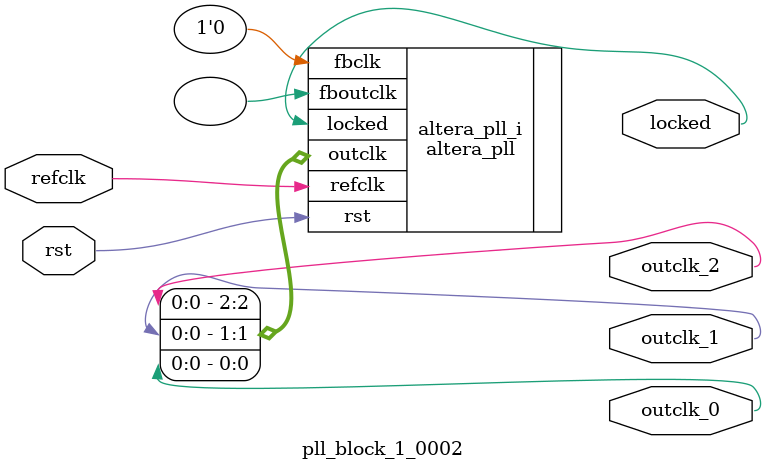
<source format=v>
`timescale 1ns/10ps
module  pll_block_1_0002(

	// interface 'refclk'
	input wire refclk,

	// interface 'reset'
	input wire rst,

	// interface 'outclk0'
	output wire outclk_0,

	// interface 'outclk1'
	output wire outclk_1,

	// interface 'outclk2'
	output wire outclk_2,

	// interface 'locked'
	output wire locked
);

	altera_pll #(
		.fractional_vco_multiplier("false"),
		.reference_clock_frequency("10.0 MHz"),
		.operation_mode("direct"),
		.number_of_clocks(3),
		.output_clock_frequency0("2.000000 MHz"),
		.phase_shift0("0 ps"),
		.duty_cycle0(50),
		.output_clock_frequency1("10.000000 MHz"),
		.phase_shift1("0 ps"),
		.duty_cycle1(50),
		.output_clock_frequency2("20.000000 MHz"),
		.phase_shift2("0 ps"),
		.duty_cycle2(50),
		.output_clock_frequency3("0 MHz"),
		.phase_shift3("0 ps"),
		.duty_cycle3(50),
		.output_clock_frequency4("0 MHz"),
		.phase_shift4("0 ps"),
		.duty_cycle4(50),
		.output_clock_frequency5("0 MHz"),
		.phase_shift5("0 ps"),
		.duty_cycle5(50),
		.output_clock_frequency6("0 MHz"),
		.phase_shift6("0 ps"),
		.duty_cycle6(50),
		.output_clock_frequency7("0 MHz"),
		.phase_shift7("0 ps"),
		.duty_cycle7(50),
		.output_clock_frequency8("0 MHz"),
		.phase_shift8("0 ps"),
		.duty_cycle8(50),
		.output_clock_frequency9("0 MHz"),
		.phase_shift9("0 ps"),
		.duty_cycle9(50),
		.output_clock_frequency10("0 MHz"),
		.phase_shift10("0 ps"),
		.duty_cycle10(50),
		.output_clock_frequency11("0 MHz"),
		.phase_shift11("0 ps"),
		.duty_cycle11(50),
		.output_clock_frequency12("0 MHz"),
		.phase_shift12("0 ps"),
		.duty_cycle12(50),
		.output_clock_frequency13("0 MHz"),
		.phase_shift13("0 ps"),
		.duty_cycle13(50),
		.output_clock_frequency14("0 MHz"),
		.phase_shift14("0 ps"),
		.duty_cycle14(50),
		.output_clock_frequency15("0 MHz"),
		.phase_shift15("0 ps"),
		.duty_cycle15(50),
		.output_clock_frequency16("0 MHz"),
		.phase_shift16("0 ps"),
		.duty_cycle16(50),
		.output_clock_frequency17("0 MHz"),
		.phase_shift17("0 ps"),
		.duty_cycle17(50),
		.pll_type("General"),
		.pll_subtype("General")
	) altera_pll_i (
		.rst	(rst),
		.outclk	({outclk_2, outclk_1, outclk_0}),
		.locked	(locked),
		.fboutclk	( ),
		.fbclk	(1'b0),
		.refclk	(refclk)
	);
endmodule


</source>
